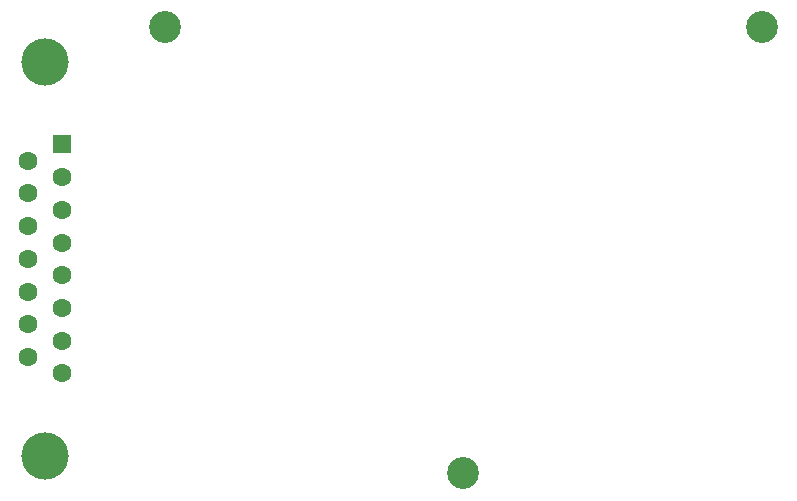
<source format=gbr>
%TF.GenerationSoftware,KiCad,Pcbnew,7.0.0*%
%TF.CreationDate,2023-04-22T16:52:34-07:00*%
%TF.ProjectId,rgb2component,72676232-636f-46d7-906f-6e656e742e6b,0.2*%
%TF.SameCoordinates,PX61bdba8PY74e0a78*%
%TF.FileFunction,Soldermask,Bot*%
%TF.FilePolarity,Negative*%
%FSLAX46Y46*%
G04 Gerber Fmt 4.6, Leading zero omitted, Abs format (unit mm)*
G04 Created by KiCad (PCBNEW 7.0.0) date 2023-04-22 16:52:34*
%MOMM*%
%LPD*%
G01*
G04 APERTURE LIST*
%ADD10C,2.700000*%
%ADD11C,4.000000*%
%ADD12R,1.600000X1.600000*%
%ADD13C,1.600000*%
G04 APERTURE END LIST*
D10*
%TO.C,H3*%
X44196000Y4035000D03*
%TD*%
%TO.C,H2*%
X69469000Y41783000D03*
%TD*%
D11*
%TO.C,J2*%
X8786000Y38820000D03*
X8786000Y5520000D03*
D12*
X10205999Y31864999D03*
D13*
X10206000Y29095000D03*
X10206000Y26325000D03*
X10206000Y23555000D03*
X10206000Y20785000D03*
X10206000Y18015000D03*
X10206000Y15245000D03*
X10206000Y12475000D03*
X7366000Y30480000D03*
X7366000Y27710000D03*
X7366000Y24940000D03*
X7366000Y22170000D03*
X7366000Y19400000D03*
X7366000Y16630000D03*
X7366000Y13860000D03*
%TD*%
D10*
%TO.C,H1*%
X18923000Y41783000D03*
%TD*%
M02*

</source>
